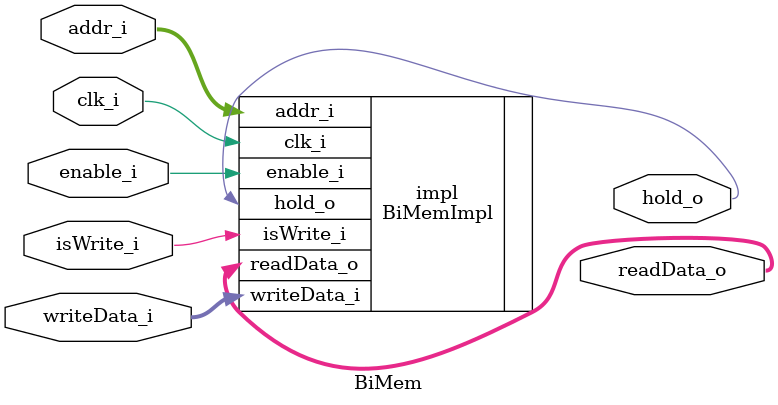
<source format=sv>

`default_nettype none


module BiMem #(
    parameter PROFILE = "default",
    parameter WIDTH = 16,
    parameter HEIGHT = 16
) (
    input   wire logic                      clk_i,
    input   wire logic                      enable_i,
    input   wire logic                      isWrite_i,
    input   wire logic[$clog2(HEIGHT)-1:0]  addr_i,
    input   wire logic[WIDTH-1:0]           writeData_i,
    output  wire logic[WIDTH-1:0]           readData_o,
    output  wire logic                      hold_o
);

`ifdef NOPF

    SimMem #(
        .WIDTH      (WIDTH),
        .LENGTH     (HEIGHT)
    ) sim (
        .aClk_i     (clk_i),
        .aAddr_i    (addr_i),
        .aDataIn_i  (writeData_i),
        .aDataOut_o (readData_o),
        .aEn_i      (enable_i),
        .aWr_i      (isWrite_i),

        .bClk_i     (1'b0),
        .bAddr_i    ({$clog2(HEIGHT){1'b0}}),
        .bDataIn_i  ({WIDTH{1'b0}}),
        .bDataOut_o (),
        .bEn_i      (1'b0),
        .bWr_i      (1'b0)
    );
    assign hold_o = 1'b0;

`else

    //implementation has to be provided by the toplevel project trying to use
    //this mem. The profile parameter is used to distinguish between different
    //versions of memories used in different places

    BiMemImpl #(
        .PROFILE        (PROFILE),
        .WIDTH          (WIDTH),
        .HEIGHT         (HEIGHT)
    ) impl (
        .clk_i          (clk_i),
        .enable_i       (enable_i),
        .isWrite_i      (isWrite_i),
        .addr_i         (addr_i),
        .writeData_i    (writeData_i),
        .readData_o     (readData_o),
        .hold_o         (hold_o)
    );

`endif

endmodule
</source>
